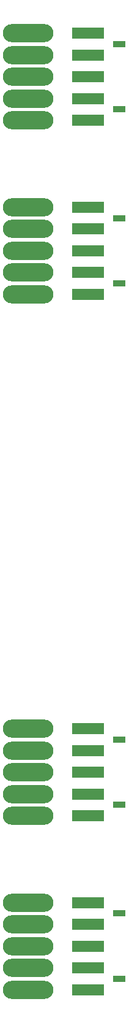
<source format=gtp>
G04 Layer: TopPasteMaskLayer*
G04 EasyEDA Pro v2.2.34.8, 2025-01-04 05:47:55*
G04 Gerber Generator version 0.3*
G04 Scale: 100 percent, Rotated: No, Reflected: No*
G04 Dimensions in millimeters*
G04 Leading zeros omitted, absolute positions, 4 integers and 5 decimals*
%FSLAX45Y45*%
%MOMM*%
%ADD10R,1.8X0.9*%
%ADD11R,4.5X1.6*%
%ADD12O,7.0X2.5*%
G75*


G04 Pad Start*
G54D10*
G01X259999Y-449999D03*
G01X259999Y449999D03*
G54D11*
G01X-169400Y599999D03*
G01X-169400Y299999D03*
G01X-169400Y0D03*
G01X-169400Y-299999D03*
G01X-169400Y-599999D03*
G54D10*
G01X259999Y-12449999D03*
G01X259999Y-11550001D03*
G54D11*
G01X-169400Y-11400001D03*
G01X-169400Y-11700001D03*
G01X-169400Y-12000000D03*
G01X-169400Y-12300000D03*
G01X-169400Y-12599999D03*
G54D10*
G01X259999Y-2849999D03*
G01X259999Y-1950001D03*
G54D11*
G01X-169400Y-1800001D03*
G01X-169400Y-2100001D03*
G01X-169400Y-2400000D03*
G01X-169400Y-2699999D03*
G01X-169400Y-2999999D03*
G54D10*
G01X259999Y-10049999D03*
G01X259999Y-9150001D03*
G54D11*
G01X-169400Y-9000001D03*
G01X-169400Y-9300001D03*
G01X-169400Y-9600000D03*
G01X-169400Y-9900000D03*
G01X-169400Y-10199999D03*
G54D12*
G01X-1000000Y-2400000D03*
G01X-1000000Y-2700000D03*
G01X-1000000Y-3000000D03*
G01X-1000000Y-2100000D03*
G01X-1000000Y-1800000D03*
G01X-1000000Y-9600000D03*
G01X-1000000Y-9900000D03*
G01X-1000000Y-10200000D03*
G01X-1000000Y-9300000D03*
G01X-1000000Y-9000000D03*
G01X-1000000Y-12000000D03*
G01X-1000000Y-12300000D03*
G01X-1000000Y-12600000D03*
G01X-1000000Y-11700000D03*
G01X-1000000Y-11400000D03*
G01X-1000000Y0D03*
G01X-1000000Y-300000D03*
G01X-1000000Y-600000D03*
G01X-1000000Y300000D03*
G01X-1000000Y600000D03*
G04 Pad End*

M02*


</source>
